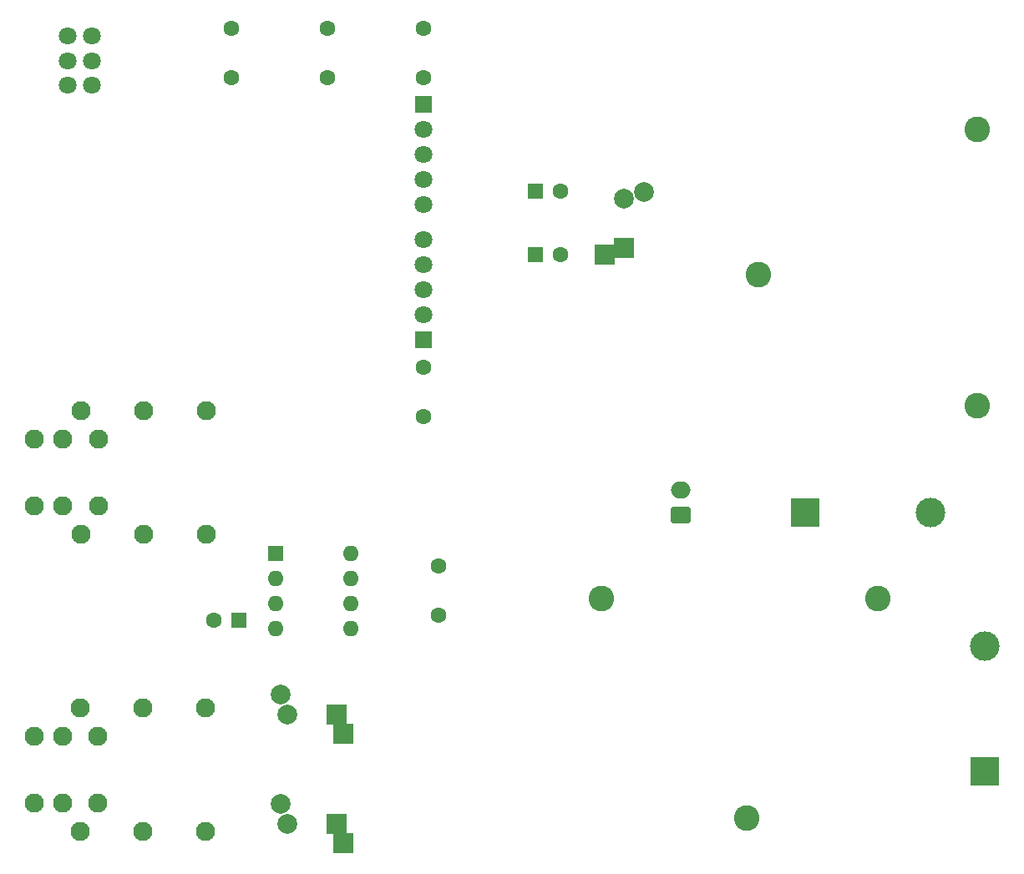
<source format=gbr>
%TF.GenerationSoftware,KiCad,Pcbnew,(6.0.0)*%
%TF.CreationDate,2022-02-22T13:24:48+00:00*%
%TF.ProjectId,Tube Headphone project V3,54756265-2048-4656-9164-70686f6e6520,rev?*%
%TF.SameCoordinates,Original*%
%TF.FileFunction,Soldermask,Bot*%
%TF.FilePolarity,Negative*%
%FSLAX46Y46*%
G04 Gerber Fmt 4.6, Leading zero omitted, Abs format (unit mm)*
G04 Created by KiCad (PCBNEW (6.0.0)) date 2022-02-22 13:24:48*
%MOMM*%
%LPD*%
G01*
G04 APERTURE LIST*
G04 Aperture macros list*
%AMRoundRect*
0 Rectangle with rounded corners*
0 $1 Rounding radius*
0 $2 $3 $4 $5 $6 $7 $8 $9 X,Y pos of 4 corners*
0 Add a 4 corners polygon primitive as box body*
4,1,4,$2,$3,$4,$5,$6,$7,$8,$9,$2,$3,0*
0 Add four circle primitives for the rounded corners*
1,1,$1+$1,$2,$3*
1,1,$1+$1,$4,$5*
1,1,$1+$1,$6,$7*
1,1,$1+$1,$8,$9*
0 Add four rect primitives between the rounded corners*
20,1,$1+$1,$2,$3,$4,$5,0*
20,1,$1+$1,$4,$5,$6,$7,0*
20,1,$1+$1,$6,$7,$8,$9,0*
20,1,$1+$1,$8,$9,$2,$3,0*%
G04 Aperture macros list end*
%ADD10C,2.600000*%
%ADD11R,3.000000X3.000000*%
%ADD12C,3.000000*%
%ADD13C,1.950000*%
%ADD14R,1.600000X1.600000*%
%ADD15C,1.600000*%
%ADD16O,1.600000X1.600000*%
%ADD17R,1.800000X1.800000*%
%ADD18C,1.800000*%
%ADD19R,2.000000X2.000000*%
%ADD20C,2.000000*%
%ADD21RoundRect,0.250000X0.750000X-0.600000X0.750000X0.600000X-0.750000X0.600000X-0.750000X-0.600000X0*%
%ADD22O,2.000000X1.700000*%
G04 APERTURE END LIST*
D10*
%TO.C,BT1*%
X245810000Y-107150000D03*
X217810000Y-107150000D03*
X232560000Y-129350000D03*
D11*
X256710000Y-124600000D03*
D12*
X256710000Y-111900000D03*
%TD*%
D13*
%TO.C,J1*%
X171390000Y-100552670D03*
X171390000Y-88052670D03*
X163240000Y-97702670D03*
X163240000Y-90902670D03*
X165040000Y-88052670D03*
X160340000Y-90902670D03*
X165040000Y-100552670D03*
X160340000Y-97702670D03*
X166840000Y-90902670D03*
X166840000Y-97702670D03*
X177740000Y-100552670D03*
X177740000Y-88052670D03*
%TD*%
D14*
%TO.C,C13*%
X211161167Y-65810000D03*
D15*
X213661167Y-65810000D03*
%TD*%
D14*
%TO.C,U3*%
X184805000Y-102505000D03*
D16*
X184805000Y-105045000D03*
X184805000Y-107585000D03*
X184805000Y-110125000D03*
X192425000Y-110125000D03*
X192425000Y-107585000D03*
X192425000Y-105045000D03*
X192425000Y-102505000D03*
%TD*%
D17*
%TO.C,U2*%
X199775112Y-80850000D03*
D18*
X199775112Y-78310000D03*
X199775112Y-75770000D03*
X199775112Y-73230000D03*
X199775112Y-70690000D03*
%TD*%
D14*
%TO.C,C5*%
X211161167Y-72240000D03*
D15*
X213661167Y-72240000D03*
%TD*%
D18*
%TO.C,RV1*%
X163700000Y-50070000D03*
X163700000Y-52570000D03*
X163700000Y-55070000D03*
X166200000Y-50070000D03*
X166200000Y-52570000D03*
X166200000Y-55070000D03*
%TD*%
D19*
%TO.C,C10*%
X220137362Y-71530591D03*
X218137362Y-72202735D03*
D20*
X222137362Y-65858447D03*
X220137362Y-66530591D03*
%TD*%
D19*
%TO.C,C12*%
X191627689Y-131938024D03*
X190955545Y-129938024D03*
D20*
X185283401Y-127938024D03*
X185955545Y-129938024D03*
%TD*%
D19*
%TO.C,C11*%
X190955545Y-118841976D03*
X191627689Y-120841976D03*
D20*
X185955545Y-118841976D03*
X185283401Y-116841976D03*
%TD*%
D14*
%TO.C,C9*%
X181075113Y-109296335D03*
D15*
X178575113Y-109296335D03*
%TD*%
%TO.C,C17*%
X201320000Y-108805000D03*
X201320000Y-103805000D03*
%TD*%
D17*
%TO.C,U1*%
X199775112Y-57017741D03*
D18*
X199775112Y-59557741D03*
X199775112Y-62097741D03*
X199775112Y-64637741D03*
X199775112Y-67177741D03*
%TD*%
D21*
%TO.C,Power SW*%
X225880000Y-98620000D03*
D22*
X225880000Y-96120000D03*
%TD*%
D15*
%TO.C,C8*%
X199775112Y-49259315D03*
X199775112Y-54259315D03*
%TD*%
%TO.C,C7*%
X199775112Y-88630454D03*
X199775112Y-83630454D03*
%TD*%
D13*
%TO.C,J2*%
X163210000Y-127890000D03*
X163210000Y-121090000D03*
X171360000Y-130740000D03*
X171360000Y-118240000D03*
X165010000Y-130740000D03*
X160310000Y-127890000D03*
X160310000Y-121090000D03*
X165010000Y-118240000D03*
X166810000Y-121090000D03*
X177710000Y-118240000D03*
X166810000Y-127890000D03*
X177710000Y-130740000D03*
%TD*%
D15*
%TO.C,C6*%
X180300000Y-49259315D03*
X180300000Y-54259315D03*
%TD*%
D10*
%TO.C,BT2*%
X255953552Y-59517629D03*
X233753552Y-74267629D03*
X255953552Y-87517629D03*
D11*
X238503552Y-98417629D03*
D12*
X251203552Y-98417629D03*
%TD*%
D15*
%TO.C,C3*%
X190010000Y-49259315D03*
X190010000Y-54259315D03*
%TD*%
M02*

</source>
